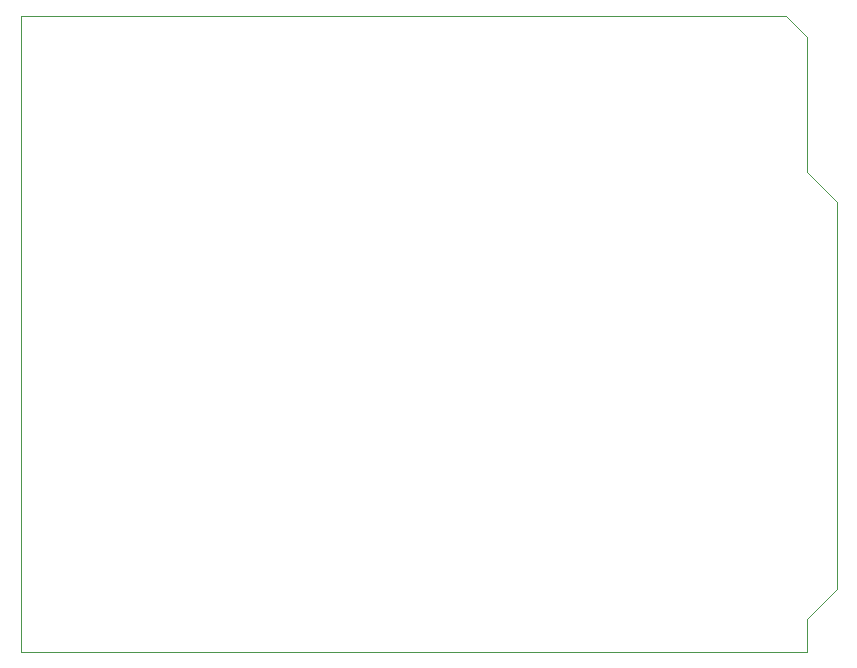
<source format=gbr>
G04 #@! TF.GenerationSoftware,KiCad,Pcbnew,(5.1.7)-1*
G04 #@! TF.CreationDate,2021-01-26T00:26:04+02:00*
G04 #@! TF.ProjectId,LORA,4c4f5241-2e6b-4696-9361-645f70636258,V 2.0*
G04 #@! TF.SameCoordinates,Original*
G04 #@! TF.FileFunction,Profile,NP*
%FSLAX46Y46*%
G04 Gerber Fmt 4.6, Leading zero omitted, Abs format (unit mm)*
G04 Created by KiCad (PCBNEW (5.1.7)-1) date 2021-01-26 00:26:04*
%MOMM*%
%LPD*%
G01*
G04 APERTURE LIST*
G04 #@! TA.AperFunction,Profile*
%ADD10C,0.050000*%
G04 #@! TD*
G04 APERTURE END LIST*
D10*
X112649000Y-117221000D02*
X112649000Y-63373000D01*
X179197000Y-117221000D02*
X112649000Y-117221000D01*
X179197000Y-114427000D02*
X179197000Y-117221000D01*
X181737000Y-111887000D02*
X179197000Y-114427000D01*
X181737000Y-79121000D02*
X181737000Y-111887000D01*
X179197000Y-76581000D02*
X181737000Y-79121000D01*
X179197000Y-65151000D02*
X179197000Y-76581000D01*
X177419000Y-63373000D02*
X179197000Y-65151000D01*
X112649000Y-63373000D02*
X177419000Y-63373000D01*
M02*

</source>
